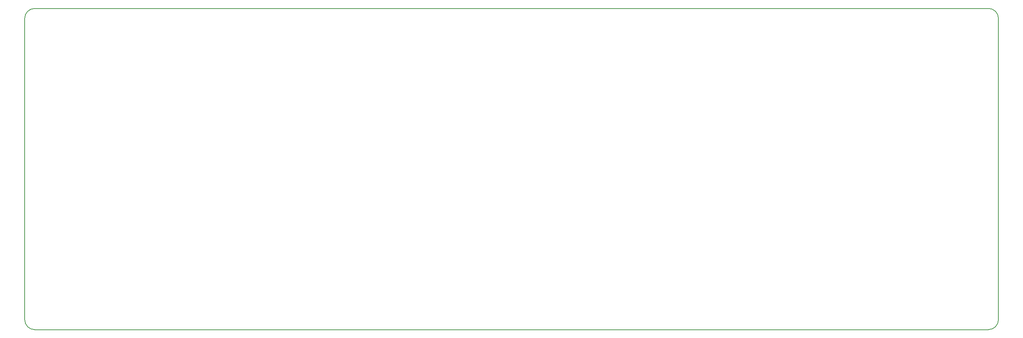
<source format=gm1>
%TF.GenerationSoftware,KiCad,Pcbnew,4.0.7*%
%TF.CreationDate,2018-01-16T00:45:26-08:00*%
%TF.ProjectId,Danck,44616E636B2E6B696361645F70636200,rev?*%
%TF.FileFunction,Profile,NP*%
%FSLAX46Y46*%
G04 Gerber Fmt 4.6, Leading zero omitted, Abs format (unit mm)*
G04 Created by KiCad (PCBNEW 4.0.7) date 01/16/18 00:45:26*
%MOMM*%
%LPD*%
G01*
G04 APERTURE LIST*
%ADD10C,0.100000*%
%ADD11C,0.150000*%
G04 APERTURE END LIST*
D10*
D11*
X27384375Y-102393750D02*
X27384375Y-30956250D01*
X258365625Y-30956250D02*
X258365625Y-102393750D01*
X258365625Y-30956250D02*
G75*
G03X255984375Y-28575000I-2381250J0D01*
G01*
X255984375Y-104775000D02*
G75*
G03X258365625Y-102393750I0J2381250D01*
G01*
X27384375Y-102393750D02*
G75*
G03X29765625Y-104775000I2381250J0D01*
G01*
X29765625Y-28575000D02*
G75*
G03X27384375Y-30956250I0J-2381250D01*
G01*
X255984375Y-104775000D02*
X29765625Y-104775000D01*
X29765625Y-28575000D02*
X255984375Y-28575000D01*
M02*

</source>
